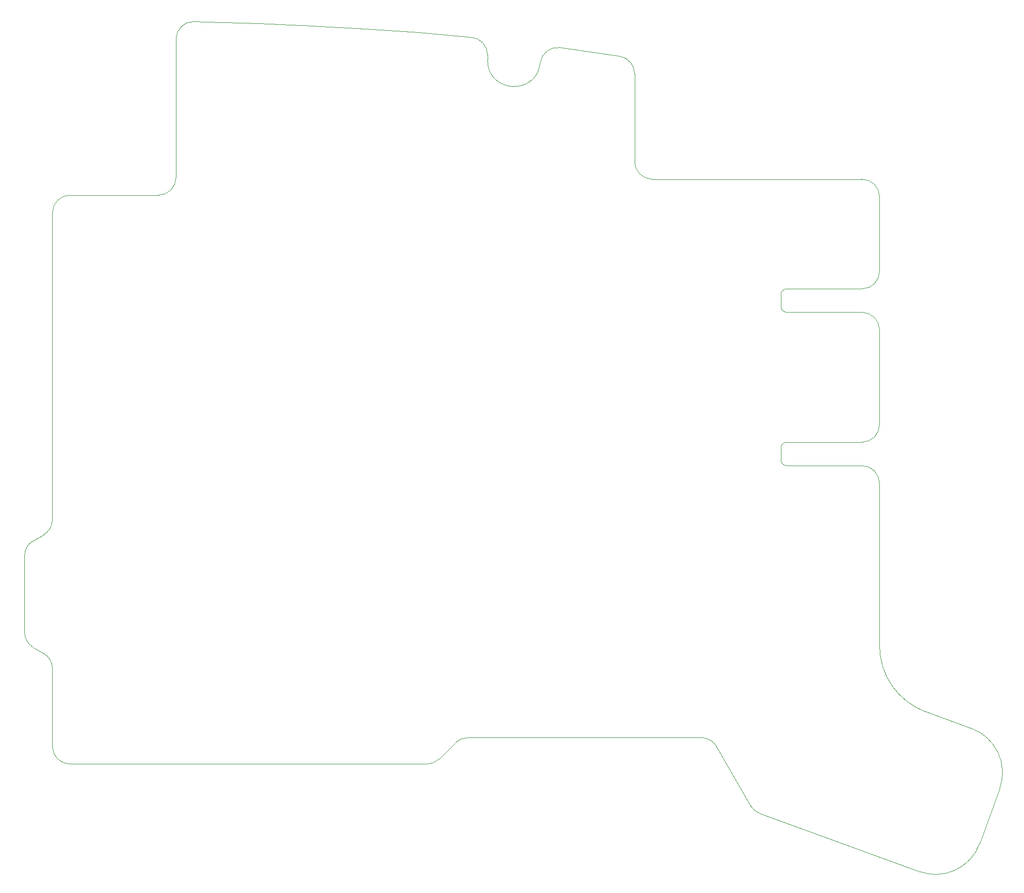
<source format=gm1>
G04 #@! TF.GenerationSoftware,KiCad,Pcbnew,5.1.9-73d0e3b20d~88~ubuntu20.04.1*
G04 #@! TF.CreationDate,2021-01-19T00:22:37+03:00*
G04 #@! TF.ProjectId,jeaex-left,6a656165-782d-46c6-9566-742e6b696361,rev?*
G04 #@! TF.SameCoordinates,Original*
G04 #@! TF.FileFunction,Profile,NP*
%FSLAX46Y46*%
G04 Gerber Fmt 4.6, Leading zero omitted, Abs format (unit mm)*
G04 Created by KiCad (PCBNEW 5.1.9-73d0e3b20d~88~ubuntu20.04.1) date 2021-01-19 00:22:37*
%MOMM*%
%LPD*%
G01*
G04 APERTURE LIST*
G04 #@! TA.AperFunction,Profile*
%ADD10C,0.050000*%
G04 #@! TD*
G04 APERTURE END LIST*
D10*
X132315721Y-70229417D02*
G75*
G02*
X135377558Y-67230053I3000000J1D01*
G01*
X132315721Y-93804489D02*
X132315721Y-70229416D01*
X178160142Y-69491166D02*
X182668992Y-69920121D01*
X173645250Y-69102677D02*
X178160142Y-69491166D01*
X164599839Y-68441391D02*
X173645250Y-69102677D01*
X155538804Y-67924515D02*
X164599839Y-68441391D01*
X146468065Y-67539719D02*
X155538804Y-67924515D01*
X137392015Y-67274155D02*
X146468065Y-67539719D01*
X135377549Y-67230057D02*
X137392015Y-67274155D01*
X132315721Y-93804489D02*
G75*
G02*
X129315721Y-96804489I-3000000J0D01*
G01*
X114265855Y-96804489D02*
X129315721Y-96804489D01*
X252143052Y-135896561D02*
X252143052Y-119770157D01*
X252143052Y-135896561D02*
G75*
G02*
X249143052Y-138896561I-3000000J0D01*
G01*
X249143052Y-116770157D02*
G75*
G02*
X252143052Y-119770157I0J-3000000D01*
G01*
X236343065Y-116770157D02*
X249143052Y-116770157D01*
X236343065Y-116770157D02*
G75*
G02*
X235343065Y-115770157I0J1000000D01*
G01*
X235343065Y-115770157D02*
X235343065Y-113770157D01*
X235343065Y-113770157D02*
G75*
G02*
X236343065Y-112770157I1000000J0D01*
G01*
X249143052Y-112770157D02*
X236343065Y-112770157D01*
X252143052Y-109770157D02*
G75*
G02*
X249143052Y-112770157I-3000000J0D01*
G01*
X252143052Y-109770157D02*
X252143052Y-97085038D01*
X249143052Y-94085038D02*
G75*
G02*
X252143052Y-97085038I0J-3000000D01*
G01*
X249143052Y-94085038D02*
X213422044Y-94085038D01*
X213422044Y-94085038D02*
G75*
G02*
X210422044Y-91085038I0J3000000D01*
G01*
X210422044Y-91085038D02*
X210422044Y-76112015D01*
X207889919Y-73148724D02*
G75*
G02*
X210422044Y-76112015I-467875J-2963291D01*
G01*
X197720658Y-71668217D02*
G75*
G02*
X207889943Y-73148733I-56466522J-423519420D01*
G01*
X194342901Y-74306933D02*
G75*
G02*
X197720616Y-71668205I2981243J-334959D01*
G01*
X194342943Y-74306929D02*
G75*
G02*
X185371080Y-73804489I-4471863J502440D01*
G01*
X185371080Y-73804489D02*
X185371080Y-72905289D01*
X182668988Y-69920117D02*
G75*
G02*
X185371080Y-72905289I-297908J-2985172D01*
G01*
X111265855Y-99804489D02*
G75*
G02*
X114265855Y-96804489I3000000J0D01*
G01*
X111265855Y-152072434D02*
X111265855Y-99804489D01*
X111265855Y-152072434D02*
G75*
G02*
X109765855Y-154670510I-3000000J0D01*
G01*
X108012681Y-155682724D02*
X109765855Y-154670517D01*
X106512681Y-158280808D02*
G75*
G02*
X108012681Y-155682732I3000000J0D01*
G01*
X106512681Y-158280808D02*
X106512681Y-171258713D01*
X108012681Y-173856789D02*
G75*
G02*
X106512681Y-171258713I1500000J2598076D01*
G01*
X109765855Y-174869004D02*
X108012681Y-173856797D01*
X109765855Y-174869011D02*
G75*
G02*
X111265855Y-177467087I-1500000J-2598076D01*
G01*
X111265855Y-190735031D02*
X111265855Y-177467087D01*
X114265854Y-193735031D02*
G75*
G02*
X111265855Y-190735030I1J3000000D01*
G01*
X114265855Y-193735031D02*
X175023240Y-193735031D01*
X177144560Y-192856351D02*
G75*
G02*
X175023240Y-193735031I-2121320J2121320D01*
G01*
X177144517Y-192856339D02*
X179887193Y-190113724D01*
X179887211Y-190113711D02*
G75*
G02*
X182008531Y-189235031I2121320J-2121320D01*
G01*
X182008531Y-189235031D02*
X221770067Y-189235031D01*
X221770067Y-189235031D02*
G75*
G02*
X224368143Y-190735031I0J-3000000D01*
G01*
X224368150Y-190735031D02*
X230209581Y-200852707D01*
X231781604Y-202171785D02*
G75*
G02*
X230209588Y-200852707I1026060J2819078D01*
G01*
X231781602Y-202171769D02*
X258946336Y-212058944D01*
X269200021Y-207277558D02*
G75*
G02*
X258946320Y-212058937I-7517540J2736161D01*
G01*
X269200059Y-207277542D02*
X272602220Y-197930161D01*
X267820803Y-187676444D02*
G75*
G02*
X272602183Y-197930146I-2736161J-7517541D01*
G01*
X267820848Y-187676468D02*
X260038804Y-184844040D01*
X260038810Y-184844046D02*
G75*
G02*
X252143052Y-173567735I4104242J11276312D01*
G01*
X252143052Y-173567734D02*
X252143052Y-145896561D01*
X249143052Y-142896561D02*
G75*
G02*
X252143052Y-145896561I0J-3000000D01*
G01*
X236343065Y-142896561D02*
X249143052Y-142896561D01*
X236343065Y-142896561D02*
G75*
G02*
X235343065Y-141896561I0J1000000D01*
G01*
X235343065Y-141896561D02*
X235343065Y-139896561D01*
X235343065Y-139896561D02*
G75*
G02*
X236343065Y-138896561I1000000J0D01*
G01*
X249143052Y-138896561D02*
X236343065Y-138896561D01*
M02*

</source>
